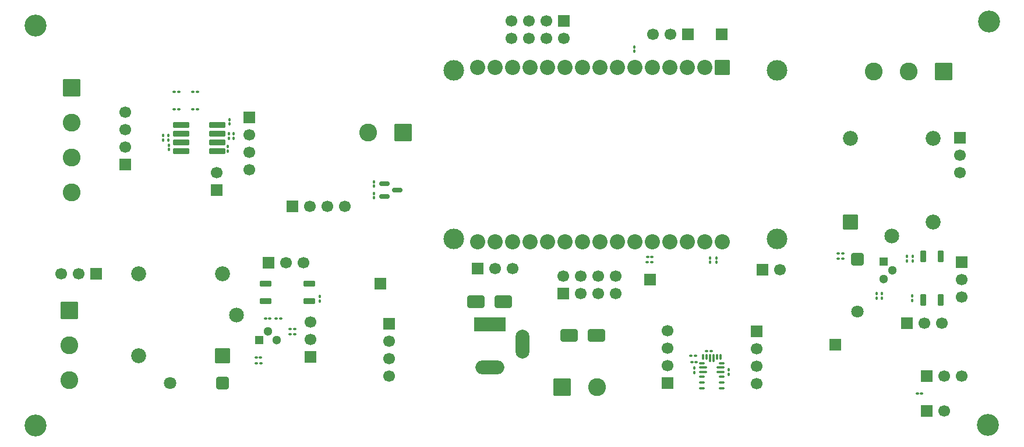
<source format=gts>
%TF.GenerationSoftware,KiCad,Pcbnew,9.0.7-9.0.7~ubuntu24.04.1*%
%TF.CreationDate,2026-02-15T23:13:21-05:00*%
%TF.ProjectId,plantPartner_PCB1.0,706c616e-7450-4617-9274-6e65725f5043,rev?*%
%TF.SameCoordinates,Original*%
%TF.FileFunction,Soldermask,Top*%
%TF.FilePolarity,Negative*%
%FSLAX46Y46*%
G04 Gerber Fmt 4.6, Leading zero omitted, Abs format (unit mm)*
G04 Created by KiCad (PCBNEW 9.0.7-9.0.7~ubuntu24.04.1) date 2026-02-15 23:13:21*
%MOMM*%
%LPD*%
G01*
G04 APERTURE LIST*
G04 Aperture macros list*
%AMRoundRect*
0 Rectangle with rounded corners*
0 $1 Rounding radius*
0 $2 $3 $4 $5 $6 $7 $8 $9 X,Y pos of 4 corners*
0 Add a 4 corners polygon primitive as box body*
4,1,4,$2,$3,$4,$5,$6,$7,$8,$9,$2,$3,0*
0 Add four circle primitives for the rounded corners*
1,1,$1+$1,$2,$3*
1,1,$1+$1,$4,$5*
1,1,$1+$1,$6,$7*
1,1,$1+$1,$8,$9*
0 Add four rect primitives between the rounded corners*
20,1,$1+$1,$2,$3,$4,$5,0*
20,1,$1+$1,$4,$5,$6,$7,0*
20,1,$1+$1,$6,$7,$8,$9,0*
20,1,$1+$1,$8,$9,$2,$3,0*%
G04 Aperture macros list end*
%ADD10RoundRect,0.100000X0.100000X-0.130000X0.100000X0.130000X-0.100000X0.130000X-0.100000X-0.130000X0*%
%ADD11R,1.700000X1.700000*%
%ADD12C,1.700000*%
%ADD13RoundRect,0.100000X-0.100000X0.130000X-0.100000X-0.130000X0.100000X-0.130000X0.100000X0.130000X0*%
%ADD14RoundRect,0.100000X-0.130000X-0.100000X0.130000X-0.100000X0.130000X0.100000X-0.130000X0.100000X0*%
%ADD15RoundRect,0.250000X1.050000X1.050000X-1.050000X1.050000X-1.050000X-1.050000X1.050000X-1.050000X0*%
%ADD16C,2.600000*%
%ADD17C,3.200000*%
%ADD18RoundRect,0.250000X-1.050000X1.050000X-1.050000X-1.050000X1.050000X-1.050000X1.050000X1.050000X0*%
%ADD19RoundRect,0.250000X-1.000000X-0.650000X1.000000X-0.650000X1.000000X0.650000X-1.000000X0.650000X0*%
%ADD20RoundRect,0.250000X0.650000X0.650000X-0.650000X0.650000X-0.650000X-0.650000X0.650000X-0.650000X0*%
%ADD21C,1.800000*%
%ADD22RoundRect,0.102000X1.104900X-0.304800X1.104900X0.304800X-1.104900X0.304800X-1.104900X-0.304800X0*%
%ADD23RoundRect,0.100000X0.130000X0.100000X-0.130000X0.100000X-0.130000X-0.100000X0.130000X-0.100000X0*%
%ADD24RoundRect,0.102000X0.990000X-0.990000X0.990000X0.990000X-0.990000X0.990000X-0.990000X-0.990000X0*%
%ADD25C,2.184000*%
%ADD26C,2.139000*%
%ADD27RoundRect,0.102000X0.300000X-0.750000X0.300000X0.750000X-0.300000X0.750000X-0.300000X-0.750000X0*%
%ADD28RoundRect,0.150000X-0.587500X-0.150000X0.587500X-0.150000X0.587500X0.150000X-0.587500X0.150000X0*%
%ADD29RoundRect,0.050800X-0.350000X-0.125000X0.350000X-0.125000X0.350000X0.125000X-0.350000X0.125000X0*%
%ADD30RoundRect,0.050800X-0.550000X-0.125000X0.550000X-0.125000X0.550000X0.125000X-0.550000X0.125000X0*%
%ADD31RoundRect,0.050800X0.125000X-0.350000X0.125000X0.350000X-0.125000X0.350000X-0.125000X-0.350000X0*%
%ADD32RoundRect,0.050800X0.125000X-0.550000X0.125000X0.550000X-0.125000X0.550000X-0.125000X-0.550000X0*%
%ADD33RoundRect,0.250000X-1.050000X-1.050000X1.050000X-1.050000X1.050000X1.050000X-1.050000X1.050000X0*%
%ADD34C,3.000000*%
%ADD35RoundRect,0.102000X-1.000000X1.000000X-1.000000X-1.000000X1.000000X-1.000000X1.000000X1.000000X0*%
%ADD36C,2.204000*%
%ADD37RoundRect,0.250000X-0.650000X0.650000X-0.650000X-0.650000X0.650000X-0.650000X0.650000X0.650000X0*%
%ADD38RoundRect,0.102000X0.990000X0.990000X-0.990000X0.990000X-0.990000X-0.990000X0.990000X-0.990000X0*%
%ADD39R,1.300000X1.300000*%
%ADD40C,1.300000*%
%ADD41R,4.600000X2.000000*%
%ADD42O,4.200000X2.000000*%
%ADD43O,2.000000X4.200000*%
%ADD44RoundRect,0.102000X0.750000X0.300000X-0.750000X0.300000X-0.750000X-0.300000X0.750000X-0.300000X0*%
G04 APERTURE END LIST*
D10*
%TO.C,C1*%
X169090000Y-107560000D03*
X169090000Y-106920000D03*
%TD*%
%TO.C,R19*%
X195800000Y-91020000D03*
X195800000Y-90380000D03*
%TD*%
D11*
%TO.C,J20*%
X144995000Y-95800000D03*
D12*
X144995000Y-93260000D03*
X147535000Y-95800000D03*
X147535000Y-93260000D03*
X150075000Y-95800000D03*
X150075000Y-93260000D03*
X152615000Y-95800000D03*
X152615000Y-93260000D03*
%TD*%
D13*
%TO.C,D11*%
X166400000Y-90600000D03*
X166400000Y-91240000D03*
%TD*%
D14*
%TO.C,D3*%
X100405000Y-106000000D03*
X101045000Y-106000000D03*
%TD*%
D13*
%TO.C,R13*%
X109605000Y-96235000D03*
X109605000Y-96875000D03*
%TD*%
D14*
%TO.C,R22*%
X157265000Y-90500000D03*
X157905000Y-90500000D03*
%TD*%
D13*
%TO.C,R27*%
X117487500Y-81230000D03*
X117487500Y-81870000D03*
%TD*%
D15*
%TO.C,J30*%
X121745000Y-72327500D03*
D16*
X116665000Y-72327500D03*
%TD*%
D11*
%TO.C,J1*%
X160200000Y-108810000D03*
D12*
X160200000Y-106270000D03*
X160200000Y-103730000D03*
X160200000Y-101190000D03*
%TD*%
D13*
%TO.C,D5*%
X190610000Y-95830000D03*
X190610000Y-96470000D03*
%TD*%
D10*
%TO.C,R5*%
X97088800Y-73180000D03*
X97088800Y-72540000D03*
%TD*%
D17*
%TO.C,REF\u002A\u002A*%
X68300000Y-56750000D03*
%TD*%
%TO.C,REF\u002A\u002A*%
X206900000Y-56150000D03*
%TD*%
D18*
%TO.C,J4*%
X73550000Y-65800000D03*
D16*
X73550000Y-70880000D03*
X73550000Y-75960000D03*
X73550000Y-81040000D03*
%TD*%
D10*
%TO.C,R6*%
X96388800Y-73185000D03*
X96388800Y-72545000D03*
%TD*%
D11*
%TO.C,J16*%
X173100000Y-101330000D03*
D12*
X173100000Y-103870000D03*
X173100000Y-106410000D03*
X173100000Y-108950000D03*
%TD*%
D13*
%TO.C,R25*%
X117500000Y-79530000D03*
X117500000Y-80170000D03*
%TD*%
D19*
%TO.C,D8*%
X132290000Y-96972500D03*
X136290000Y-96972500D03*
%TD*%
D11*
%TO.C,J11*%
X94655000Y-80725000D03*
D12*
X94655000Y-78185000D03*
%TD*%
D10*
%TO.C,R11*%
X87638800Y-73435000D03*
X87638800Y-72795000D03*
%TD*%
D19*
%TO.C,D9*%
X145855000Y-101922500D03*
X149855000Y-101922500D03*
%TD*%
D11*
%TO.C,J8*%
X145145000Y-56100000D03*
D12*
X145145000Y-58640000D03*
X142605000Y-56100000D03*
X142605000Y-58640000D03*
X140065000Y-56100000D03*
X140065000Y-58640000D03*
X137525000Y-56100000D03*
X137525000Y-58640000D03*
%TD*%
D11*
%TO.C,J27*%
X118405000Y-94400000D03*
%TD*%
%TO.C,J22*%
X119726250Y-100230000D03*
D12*
X119726250Y-102770000D03*
X119726250Y-105310000D03*
X119726250Y-107850000D03*
%TD*%
D20*
%TO.C,D4*%
X95515000Y-108800000D03*
D21*
X87895000Y-108800000D03*
%TD*%
D17*
%TO.C,REF\u002A\u002A*%
X68350000Y-115000000D03*
%TD*%
D11*
%TO.C,J29*%
X173960000Y-92300000D03*
D12*
X176500000Y-92300000D03*
%TD*%
D22*
%TO.C,U2*%
X94755000Y-75020000D03*
X94755000Y-73750000D03*
X94755000Y-72480000D03*
X94755000Y-71210000D03*
X89522600Y-71210000D03*
X89522600Y-72480000D03*
X89522600Y-73750000D03*
X89522600Y-75020000D03*
%TD*%
D11*
%TO.C,J3*%
X81355000Y-76970000D03*
D12*
X81355000Y-74430000D03*
X81355000Y-71890000D03*
X81355000Y-69350000D03*
%TD*%
D14*
%TO.C,D1*%
X91190000Y-68950000D03*
X91830000Y-68950000D03*
%TD*%
D11*
%TO.C,J26*%
X184550000Y-103210000D03*
%TD*%
D23*
%TO.C,R24*%
X197120000Y-110400000D03*
X196480000Y-110400000D03*
%TD*%
D14*
%TO.C,R15*%
X101730000Y-99400000D03*
X102370000Y-99400000D03*
%TD*%
D24*
%TO.C,K2*%
X186750000Y-85410000D03*
D25*
X198750000Y-85410000D03*
D26*
X192750000Y-87410000D03*
D25*
X186750000Y-73210000D03*
X198750000Y-73210000D03*
%TD*%
D13*
%TO.C,R7*%
X96488800Y-70450000D03*
X96488800Y-71090000D03*
%TD*%
D11*
%TO.C,J2*%
X99388800Y-70115000D03*
D12*
X99388800Y-72655000D03*
X99388800Y-75195000D03*
X99388800Y-77735000D03*
%TD*%
D10*
%TO.C,R23*%
X155370000Y-60525000D03*
X155370000Y-59885000D03*
%TD*%
D23*
%TO.C,D2*%
X105980000Y-101700000D03*
X105340000Y-101700000D03*
%TD*%
D11*
%TO.C,J5*%
X197825000Y-112900000D03*
D12*
X200365000Y-112900000D03*
%TD*%
D23*
%TO.C,D6*%
X185660000Y-90694999D03*
X185020000Y-90694999D03*
%TD*%
D13*
%TO.C,R9*%
X87688800Y-74195000D03*
X87688800Y-74835000D03*
%TD*%
D11*
%TO.C,J24*%
X163140000Y-58000000D03*
D12*
X160600000Y-58000000D03*
X158060000Y-58000000D03*
%TD*%
D27*
%TO.C,U4*%
X197310000Y-96759999D03*
X199850000Y-96759999D03*
X199850000Y-90409999D03*
X197310000Y-90409999D03*
%TD*%
D11*
%TO.C,J9*%
X202950000Y-91210000D03*
D12*
X202950000Y-93750000D03*
X202950000Y-96290000D03*
%TD*%
D10*
%TO.C,R10*%
X86888800Y-73435000D03*
X86888800Y-72795000D03*
%TD*%
D17*
%TO.C,REF\u002A\u002A*%
X206750000Y-114950000D03*
%TD*%
D23*
%TO.C,R3*%
X164210000Y-104900000D03*
X163570000Y-104900000D03*
%TD*%
D11*
%TO.C,J25*%
X132565000Y-92200000D03*
D12*
X135105000Y-92200000D03*
X137645000Y-92200000D03*
%TD*%
D13*
%TO.C,R18*%
X195750000Y-96135000D03*
X195750000Y-96775000D03*
%TD*%
D11*
%TO.C,J14*%
X108305000Y-105040000D03*
D12*
X108305000Y-102500000D03*
X108305000Y-99960000D03*
%TD*%
D11*
%TO.C,J12*%
X194950000Y-100110000D03*
D12*
X197490000Y-100110000D03*
X200030000Y-100110000D03*
%TD*%
D11*
%TO.C,J17*%
X197860000Y-107800000D03*
D12*
X200400000Y-107800000D03*
X202940000Y-107800000D03*
%TD*%
D11*
%TO.C,J21*%
X105695000Y-83100000D03*
D12*
X108235000Y-83100000D03*
X110775000Y-83100000D03*
X113315000Y-83100000D03*
%TD*%
D18*
%TO.C,J6*%
X73232500Y-98215000D03*
D16*
X73232500Y-103295000D03*
X73232500Y-108375000D03*
%TD*%
D28*
%TO.C,Q4*%
X119012500Y-79800000D03*
X119012500Y-81700000D03*
X120887500Y-80750000D03*
%TD*%
D23*
%TO.C,C4*%
X89140000Y-66450000D03*
X88500000Y-66450000D03*
%TD*%
D11*
%TO.C,J7*%
X102205000Y-91300000D03*
D12*
X104745000Y-91300000D03*
X107285000Y-91300000D03*
%TD*%
D13*
%TO.C,R4*%
X96288800Y-74395000D03*
X96288800Y-75035000D03*
%TD*%
D29*
%TO.C,IC1*%
X165150000Y-105920000D03*
D30*
X165350000Y-106570000D03*
X165350000Y-107220000D03*
D29*
X165150000Y-107870000D03*
X165150000Y-108720000D03*
X165150000Y-109570000D03*
X168050000Y-109570000D03*
X168050000Y-108720000D03*
X168050000Y-107870000D03*
D30*
X167850000Y-107220000D03*
X167850000Y-106570000D03*
D29*
X168050000Y-105920000D03*
D31*
X167850000Y-105020000D03*
X167350000Y-105020000D03*
D32*
X166850000Y-105220000D03*
X166350000Y-105220000D03*
D31*
X165850000Y-105020000D03*
X165350000Y-105020000D03*
%TD*%
D33*
%TO.C,J18*%
X144855000Y-109472500D03*
D16*
X149935000Y-109472500D03*
%TD*%
D11*
%TO.C,J28*%
X168050000Y-58050000D03*
%TD*%
D23*
%TO.C,R1*%
X166520000Y-104170000D03*
X165880000Y-104170000D03*
%TD*%
D34*
%TO.C,U3*%
X176080000Y-63320000D03*
X129130000Y-63320000D03*
X176080000Y-87830000D03*
X129130000Y-87830000D03*
D35*
X168120000Y-62900000D03*
D36*
X165580000Y-62900000D03*
X163040000Y-62900000D03*
X160500000Y-62900000D03*
X157960000Y-62900000D03*
X155420000Y-62900000D03*
X152880000Y-62900000D03*
X150340000Y-62900000D03*
X147800000Y-62900000D03*
X145260000Y-62900000D03*
X142720000Y-62900000D03*
X140180000Y-62900000D03*
X137640000Y-62900000D03*
X135100000Y-62900000D03*
X132560000Y-62900000D03*
X132560000Y-88300000D03*
X135100000Y-88300000D03*
X137640000Y-88300000D03*
X140180000Y-88300000D03*
X142720000Y-88300000D03*
X145260000Y-88300000D03*
X147800000Y-88300000D03*
X150340000Y-88300000D03*
X152880000Y-88300000D03*
X155420000Y-88300000D03*
X157960000Y-88300000D03*
X160500000Y-88300000D03*
X163040000Y-88300000D03*
X165580000Y-88300000D03*
X168120000Y-88300000D03*
%TD*%
D14*
%TO.C,R16*%
X100380000Y-105130000D03*
X101020000Y-105130000D03*
%TD*%
D37*
%TO.C,D7*%
X187750000Y-90784999D03*
D21*
X187750000Y-98404999D03*
%TD*%
D13*
%TO.C,R17*%
X191350000Y-95835000D03*
X191350000Y-96475000D03*
%TD*%
D38*
%TO.C,K1*%
X95505000Y-104900000D03*
D25*
X95505000Y-92900000D03*
D26*
X97505000Y-98900000D03*
D25*
X83305000Y-104900000D03*
X83305000Y-92900000D03*
%TD*%
D11*
%TO.C,J15*%
X77105000Y-92900000D03*
D12*
X74565000Y-92900000D03*
X72025000Y-92900000D03*
%TD*%
D23*
%TO.C,D10*%
X157900000Y-91200000D03*
X157260000Y-91200000D03*
%TD*%
D11*
%TO.C,J13*%
X202650000Y-73110000D03*
D12*
X202650000Y-75650000D03*
X202650000Y-78190000D03*
%TD*%
D39*
%TO.C,Q1*%
X100865000Y-102600000D03*
D40*
X102135000Y-101330000D03*
X103405000Y-102600000D03*
%TD*%
D13*
%TO.C,R20*%
X194960000Y-90380000D03*
X194960000Y-91020000D03*
%TD*%
%TO.C,R26*%
X167300000Y-90600000D03*
X167300000Y-91240000D03*
%TD*%
D11*
%TO.C,J23*%
X157605000Y-93800000D03*
%TD*%
D23*
%TO.C,R21*%
X185655000Y-89984999D03*
X185015000Y-89984999D03*
%TD*%
D15*
%TO.C,J10*%
X200300000Y-63450000D03*
D16*
X195220000Y-63450000D03*
X190140000Y-63450000D03*
%TD*%
D14*
%TO.C,R8*%
X91210000Y-66450000D03*
X91850000Y-66450000D03*
%TD*%
D41*
%TO.C,J19*%
X134340000Y-100272500D03*
D42*
X134340000Y-106572500D03*
D43*
X139140000Y-103172500D03*
%TD*%
D14*
%TO.C,R2*%
X163725000Y-105820000D03*
X164365000Y-105820000D03*
%TD*%
D23*
%TO.C,R14*%
X103925000Y-99400000D03*
X103285000Y-99400000D03*
%TD*%
D44*
%TO.C,U1*%
X108108000Y-96870000D03*
X108108000Y-94330000D03*
X101758000Y-94330000D03*
X101758000Y-96870000D03*
%TD*%
D23*
%TO.C,R12*%
X105975000Y-101000000D03*
X105335000Y-101000000D03*
%TD*%
D39*
%TO.C,Q2*%
X191580000Y-91114999D03*
D40*
X192850000Y-92384999D03*
X191580000Y-93654999D03*
%TD*%
D13*
%TO.C,C2*%
X164090000Y-106670000D03*
X164090000Y-107310000D03*
%TD*%
D23*
%TO.C,C3*%
X89140000Y-68950000D03*
X88500000Y-68950000D03*
%TD*%
M02*

</source>
